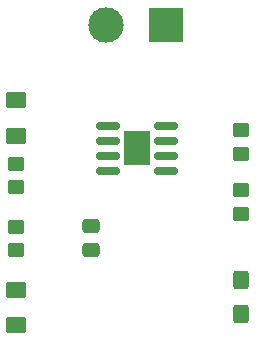
<source format=gbr>
%TF.GenerationSoftware,KiCad,Pcbnew,(6.0.10)*%
%TF.CreationDate,2023-02-16T14:37:26-08:00*%
%TF.ProjectId,lab4 task2,6c616234-2074-4617-936b-322e6b696361,rev?*%
%TF.SameCoordinates,Original*%
%TF.FileFunction,Soldermask,Top*%
%TF.FilePolarity,Negative*%
%FSLAX46Y46*%
G04 Gerber Fmt 4.6, Leading zero omitted, Abs format (unit mm)*
G04 Created by KiCad (PCBNEW (6.0.10)) date 2023-02-16 14:37:26*
%MOMM*%
%LPD*%
G01*
G04 APERTURE LIST*
G04 Aperture macros list*
%AMRoundRect*
0 Rectangle with rounded corners*
0 $1 Rounding radius*
0 $2 $3 $4 $5 $6 $7 $8 $9 X,Y pos of 4 corners*
0 Add a 4 corners polygon primitive as box body*
4,1,4,$2,$3,$4,$5,$6,$7,$8,$9,$2,$3,0*
0 Add four circle primitives for the rounded corners*
1,1,$1+$1,$2,$3*
1,1,$1+$1,$4,$5*
1,1,$1+$1,$6,$7*
1,1,$1+$1,$8,$9*
0 Add four rect primitives between the rounded corners*
20,1,$1+$1,$2,$3,$4,$5,0*
20,1,$1+$1,$4,$5,$6,$7,0*
20,1,$1+$1,$6,$7,$8,$9,0*
20,1,$1+$1,$8,$9,$2,$3,0*%
G04 Aperture macros list end*
%ADD10RoundRect,0.250000X-0.450000X0.350000X-0.450000X-0.350000X0.450000X-0.350000X0.450000X0.350000X0*%
%ADD11R,3.000000X3.000000*%
%ADD12C,3.000000*%
%ADD13RoundRect,0.150000X-0.825000X-0.150000X0.825000X-0.150000X0.825000X0.150000X-0.825000X0.150000X0*%
%ADD14R,2.290000X3.000000*%
%ADD15RoundRect,0.250001X0.624999X-0.462499X0.624999X0.462499X-0.624999X0.462499X-0.624999X-0.462499X0*%
%ADD16RoundRect,0.250000X-0.425000X0.537500X-0.425000X-0.537500X0.425000X-0.537500X0.425000X0.537500X0*%
%ADD17RoundRect,0.250000X-0.475000X0.337500X-0.475000X-0.337500X0.475000X-0.337500X0.475000X0.337500X0*%
G04 APERTURE END LIST*
D10*
%TO.C,R1*%
X163830000Y-90170000D03*
X163830000Y-92170000D03*
%TD*%
%TO.C,R3*%
X144780000Y-92980000D03*
X144780000Y-94980000D03*
%TD*%
D11*
%TO.C,J1*%
X157480000Y-81280000D03*
D12*
X152400000Y-81280000D03*
%TD*%
D13*
%TO.C,U1*%
X152495000Y-89755000D03*
X152495000Y-91025000D03*
X152495000Y-92295000D03*
X152495000Y-93565000D03*
X157445000Y-93565000D03*
X157445000Y-92295000D03*
X157445000Y-91025000D03*
X157445000Y-89755000D03*
D14*
X154970000Y-91660000D03*
%TD*%
D15*
%TO.C,D1*%
X144780000Y-90605000D03*
X144780000Y-87630000D03*
%TD*%
D10*
%TO.C,R2*%
X163830000Y-95250000D03*
X163830000Y-97250000D03*
%TD*%
D16*
%TO.C,C1*%
X163830000Y-102870000D03*
X163830000Y-105745000D03*
%TD*%
D15*
%TO.C,D2*%
X144780000Y-106680000D03*
X144780000Y-103705000D03*
%TD*%
D10*
%TO.C,R4*%
X144780000Y-98330000D03*
X144780000Y-100330000D03*
%TD*%
D17*
%TO.C,C2*%
X151130000Y-98255000D03*
X151130000Y-100330000D03*
%TD*%
M02*

</source>
